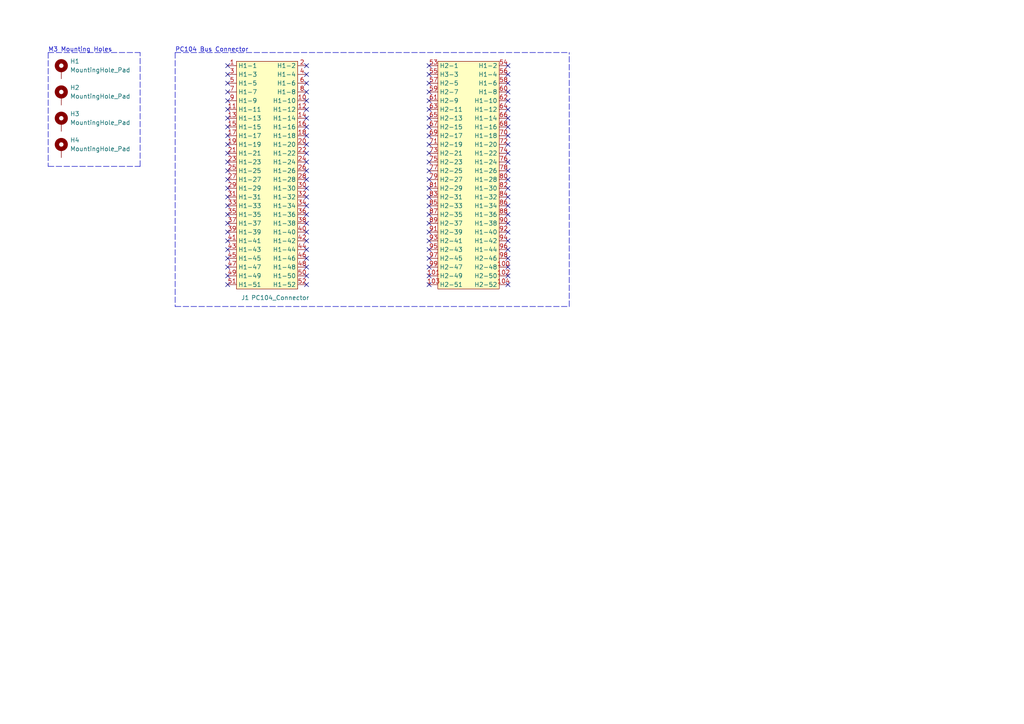
<source format=kicad_sch>
(kicad_sch (version 20211123) (generator eeschema)
  (paper "A4")
  (lib_symbols
    (symbol "Mechanical:MountingHole_Pad" (pin_numbers hide) (pin_names (offset 1.016) hide)
      (property "Reference" "H" (at 0 6.35 0))
      (property "Value" "MountingHole_Pad" (at 0 4.445 0))
      (symbol "MountingHole_Pad_0_1"
        (circle (center 0 1.27) (radius 1.27) (stroke (width 1.27)))
      )
      (symbol "MountingHole_Pad_1_1"
        (pin input line (at 0 -2.54 90) (length 2.54) (name "1") (number "1"))
      )
    )
    (symbol "qset-connector-library:PC104_Connector"
      (property "Reference" "J" (at -36.83 -71.12 0))
      (property "Value" "PC104_Connector" (at -26.67 -71.12 0))
      (symbol "PC104_Connector_0_1"
        (rectangle (start -38.1 -2.54) (end -20.32 -68.58) (fill (type background)))
        (rectangle (start 20.32 -2.54) (end 38.1 -68.58) (fill (type background)))
      )
      (symbol "PC104_Connector_1_1"
        (pin bidirectional line (at -40.64 -3.81 0) (length 2.54) (name "H1-1") (number "1"))
        (pin bidirectional line (at -17.78 -13.97 180) (length 2.54) (name "H1-10") (number "10"))
        (pin bidirectional line (at 40.64 -62.23 180) (length 2.54) (name "H2-48") (number "100"))
        (pin bidirectional line (at 17.78 -64.77 0) (length 2.54) (name "H2-49") (number "101"))
        (pin bidirectional line (at 40.64 -64.77 180) (length 2.54) (name "H2-50") (number "102"))
        (pin bidirectional line (at 17.78 -67.31 0) (length 2.54) (name "H2-51") (number "103"))
        (pin bidirectional line (at 40.64 -67.31 180) (length 2.54) (name "H2-52") (number "104"))
        (pin bidirectional line (at -40.64 -16.51 0) (length 2.54) (name "H1-11") (number "11"))
        (pin bidirectional line (at -17.78 -16.51 180) (length 2.54) (name "H1-12") (number "12"))
        (pin bidirectional line (at -40.64 -19.05 0) (length 2.54) (name "H1-13") (number "13"))
        (pin bidirectional line (at -17.78 -19.05 180) (length 2.54) (name "H1-14") (number "14"))
        (pin bidirectional line (at -40.64 -21.59 0) (length 2.54) (name "H1-15") (number "15"))
        (pin bidirectional line (at -17.78 -21.59 180) (length 2.54) (name "H1-16") (number "16"))
        (pin bidirectional line (at -40.64 -24.13 0) (length 2.54) (name "H1-17") (number "17"))
        (pin bidirectional line (at -17.78 -24.13 180) (length 2.54) (name "H1-18") (number "18"))
        (pin bidirectional line (at -40.64 -26.67 0) (length 2.54) (name "H1-19") (number "19"))
        (pin bidirectional line (at -17.78 -3.81 180) (length 2.54) (name "H1-2") (number "2"))
        (pin bidirectional line (at -17.78 -26.67 180) (length 2.54) (name "H1-20") (number "20"))
        (pin bidirectional line (at -40.64 -29.21 0) (length 2.54) (name "H1-21") (number "21"))
        (pin bidirectional line (at -17.78 -29.21 180) (length 2.54) (name "H1-22") (number "22"))
        (pin bidirectional line (at -40.64 -31.75 0) (length 2.54) (name "H1-23") (number "23"))
        (pin bidirectional line (at -17.78 -31.75 180) (length 2.54) (name "H1-24") (number "24"))
        (pin bidirectional line (at -40.64 -34.29 0) (length 2.54) (name "H1-25") (number "25"))
        (pin bidirectional line (at -17.78 -34.29 180) (length 2.54) (name "H1-26") (number "26"))
        (pin bidirectional line (at -40.64 -36.83 0) (length 2.54) (name "H1-27") (number "27"))
        (pin bidirectional line (at -17.78 -36.83 180) (length 2.54) (name "H1-28") (number "28"))
        (pin bidirectional line (at -40.64 -39.37 0) (length 2.54) (name "H1-29") (number "29"))
        (pin bidirectional line (at -40.64 -6.35 0) (length 2.54) (name "H1-3") (number "3"))
        (pin bidirectional line (at -17.78 -39.37 180) (length 2.54) (name "H1-30") (number "30"))
        (pin bidirectional line (at -40.64 -41.91 0) (length 2.54) (name "H1-31") (number "31"))
        (pin bidirectional line (at -17.78 -41.91 180) (length 2.54) (name "H1-32") (number "32"))
        (pin bidirectional line (at -40.64 -44.45 0) (length 2.54) (name "H1-33") (number "33"))
        (pin bidirectional line (at -17.78 -44.45 180) (length 2.54) (name "H1-34") (number "34"))
        (pin bidirectional line (at -40.64 -46.99 0) (length 2.54) (name "H1-35") (number "35"))
        (pin bidirectional line (at -17.78 -46.99 180) (length 2.54) (name "H1-36") (number "36"))
        (pin bidirectional line (at -40.64 -49.53 0) (length 2.54) (name "H1-37") (number "37"))
        (pin bidirectional line (at -17.78 -49.53 180) (length 2.54) (name "H1-38") (number "38"))
        (pin bidirectional line (at -40.64 -52.07 0) (length 2.54) (name "H1-39") (number "39"))
        (pin bidirectional line (at -17.78 -6.35 180) (length 2.54) (name "H1-4") (number "4"))
        (pin bidirectional line (at -17.78 -52.07 180) (length 2.54) (name "H1-40") (number "40"))
        (pin bidirectional line (at -40.64 -54.61 0) (length 2.54) (name "H1-41") (number "41"))
        (pin bidirectional line (at -17.78 -54.61 180) (length 2.54) (name "H1-42") (number "42"))
        (pin bidirectional line (at -40.64 -57.15 0) (length 2.54) (name "H1-43") (number "43"))
        (pin bidirectional line (at -17.78 -57.15 180) (length 2.54) (name "H1-44") (number "44"))
        (pin bidirectional line (at -40.64 -59.69 0) (length 2.54) (name "H1-45") (number "45"))
        (pin bidirectional line (at -17.78 -59.69 180) (length 2.54) (name "H1-46") (number "46"))
        (pin bidirectional line (at -40.64 -62.23 0) (length 2.54) (name "H1-47") (number "47"))
        (pin bidirectional line (at -17.78 -62.23 180) (length 2.54) (name "H1-48") (number "48"))
        (pin bidirectional line (at -40.64 -64.77 0) (length 2.54) (name "H1-49") (number "49"))
        (pin bidirectional line (at -40.64 -8.89 0) (length 2.54) (name "H1-5") (number "5"))
        (pin bidirectional line (at -17.78 -64.77 180) (length 2.54) (name "H1-50") (number "50"))
        (pin bidirectional line (at -40.64 -67.31 0) (length 2.54) (name "H1-51") (number "51"))
        (pin bidirectional line (at -17.78 -67.31 180) (length 2.54) (name "H1-52") (number "52"))
        (pin bidirectional line (at 17.78 -3.81 0) (length 2.54) (name "H2-1") (number "53"))
        (pin bidirectional line (at 40.64 -3.81 180) (length 2.54) (name "H1-2") (number "54"))
        (pin bidirectional line (at 17.78 -6.35 0) (length 2.54) (name "H3-3") (number "55"))
        (pin bidirectional line (at 40.64 -6.35 180) (length 2.54) (name "H1-4") (number "56"))
        (pin bidirectional line (at 17.78 -8.89 0) (length 2.54) (name "H2-5") (number "57"))
        (pin bidirectional line (at 40.64 -8.89 180) (length 2.54) (name "H1-6") (number "58"))
        (pin bidirectional line (at 17.78 -11.43 0) (length 2.54) (name "H2-7") (number "59"))
        (pin bidirectional line (at -17.78 -8.89 180) (length 2.54) (name "H1-6") (number "6"))
        (pin bidirectional line (at 40.64 -11.43 180) (length 2.54) (name "H1-8") (number "60"))
        (pin bidirectional line (at 17.78 -13.97 0) (length 2.54) (name "H2-9") (number "61"))
        (pin bidirectional line (at 40.64 -13.97 180) (length 2.54) (name "H1-10") (number "62"))
        (pin bidirectional line (at 17.78 -16.51 0) (length 2.54) (name "H2-11") (number "63"))
        (pin bidirectional line (at 40.64 -16.51 180) (length 2.54) (name "H1-12") (number "64"))
        (pin bidirectional line (at 17.78 -19.05 0) (length 2.54) (name "H2-13") (number "65"))
        (pin bidirectional line (at 40.64 -19.05 180) (length 2.54) (name "H1-14") (number "66"))
        (pin bidirectional line (at 17.78 -21.59 0) (length 2.54) (name "H2-15") (number "67"))
        (pin bidirectional line (at 40.64 -21.59 180) (length 2.54) (name "H1-16") (number "68"))
        (pin bidirectional line (at 17.78 -24.13 0) (length 2.54) (name "H2-17") (number "69"))
        (pin bidirectional line (at -40.64 -11.43 0) (length 2.54) (name "H1-7") (number "7"))
        (pin bidirectional line (at 40.64 -24.13 180) (length 2.54) (name "H1-18") (number "70"))
        (pin bidirectional line (at 17.78 -26.67 0) (length 2.54) (name "H2-19") (number "71"))
        (pin bidirectional line (at 40.64 -26.67 180) (length 2.54) (name "H1-20") (number "72"))
        (pin bidirectional line (at 17.78 -29.21 0) (length 2.54) (name "H2-21") (number "73"))
        (pin bidirectional line (at 40.64 -29.21 180) (length 2.54) (name "H1-22") (number "74"))
        (pin bidirectional line (at 17.78 -31.75 0) (length 2.54) (name "H2-23") (number "75"))
        (pin bidirectional line (at 40.64 -31.75 180) (length 2.54) (name "H1-24") (number "76"))
        (pin bidirectional line (at 17.78 -34.29 0) (length 2.54) (name "H2-25") (number "77"))
        (pin bidirectional line (at 40.64 -34.29 180) (length 2.54) (name "H1-26") (number "78"))
        (pin bidirectional line (at 17.78 -36.83 0) (length 2.54) (name "H2-27") (number "79"))
        (pin bidirectional line (at -17.78 -11.43 180) (length 2.54) (name "H1-8") (number "8"))
        (pin bidirectional line (at 40.64 -36.83 180) (length 2.54) (name "H1-28") (number "80"))
        (pin bidirectional line (at 17.78 -39.37 0) (length 2.54) (name "H2-29") (number "81"))
        (pin bidirectional line (at 40.64 -39.37 180) (length 2.54) (name "H1-30") (number "82"))
        (pin bidirectional line (at 17.78 -41.91 0) (length 2.54) (name "H2-31") (number "83"))
        (pin bidirectional line (at 40.64 -41.91 180) (length 2.54) (name "H1-32") (number "84"))
        (pin bidirectional line (at 17.78 -44.45 0) (length 2.54) (name "H2-33") (number "85"))
        (pin bidirectional line (at 40.64 -44.45 180) (length 2.54) (name "H1-34") (number "86"))
        (pin bidirectional line (at 17.78 -46.99 0) (length 2.54) (name "H2-35") (number "87"))
        (pin bidirectional line (at 40.64 -46.99 180) (length 2.54) (name "H1-36") (number "88"))
        (pin bidirectional line (at 17.78 -49.53 0) (length 2.54) (name "H2-37") (number "89"))
        (pin bidirectional line (at -40.64 -13.97 0) (length 2.54) (name "H1-9") (number "9"))
        (pin bidirectional line (at 40.64 -49.53 180) (length 2.54) (name "H1-38") (number "90"))
        (pin bidirectional line (at 17.78 -52.07 0) (length 2.54) (name "H2-39") (number "91"))
        (pin bidirectional line (at 40.64 -52.07 180) (length 2.54) (name "H1-40") (number "92"))
        (pin bidirectional line (at 17.78 -54.61 0) (length 2.54) (name "H2-41") (number "93"))
        (pin bidirectional line (at 40.64 -54.61 180) (length 2.54) (name "H1-42") (number "94"))
        (pin bidirectional line (at 17.78 -57.15 0) (length 2.54) (name "H2-43") (number "95"))
        (pin bidirectional line (at 40.64 -57.15 180) (length 2.54) (name "H1-44") (number "96"))
        (pin bidirectional line (at 17.78 -59.69 0) (length 2.54) (name "H2-45") (number "97"))
        (pin bidirectional line (at 40.64 -59.69 180) (length 2.54) (name "H2-46") (number "98"))
        (pin bidirectional line (at 17.78 -62.23 0) (length 2.54) (name "H2-47") (number "99"))
      )
    )
  )
  (no_connect (at 66.04 29.21))
  (no_connect (at 66.04 31.75))
  (no_connect (at 66.04 46.99))
  (no_connect (at 66.04 19.05))
  (no_connect (at 66.04 21.59))
  (no_connect (at 66.04 24.13))
  (no_connect (at 66.04 26.67))
  (no_connect (at 66.04 34.29))
  (no_connect (at 66.04 36.83))
  (no_connect (at 66.04 39.37))
  (no_connect (at 66.04 41.91))
  (no_connect (at 66.04 44.45))
  (no_connect (at 66.04 59.69))
  (no_connect (at 66.04 62.23))
  (no_connect (at 66.04 64.77))
  (no_connect (at 66.04 67.31))
  (no_connect (at 66.04 69.85))
  (no_connect (at 66.04 72.39))
  (no_connect (at 66.04 74.93))
  (no_connect (at 66.04 77.47))
  (no_connect (at 66.04 80.01))
  (no_connect (at 66.04 82.55))
  (no_connect (at 88.9 82.55))
  (no_connect (at 88.9 80.01))
  (no_connect (at 88.9 77.47))
  (no_connect (at 88.9 74.93))
  (no_connect (at 88.9 72.39))
  (no_connect (at 88.9 69.85))
  (no_connect (at 88.9 67.31))
  (no_connect (at 88.9 64.77))
  (no_connect (at 88.9 62.23))
  (no_connect (at 88.9 59.69))
  (no_connect (at 66.04 49.53))
  (no_connect (at 66.04 52.07))
  (no_connect (at 66.04 54.61))
  (no_connect (at 66.04 57.15))
  (no_connect (at 88.9 57.15))
  (no_connect (at 88.9 54.61))
  (no_connect (at 88.9 52.07))
  (no_connect (at 88.9 49.53))
  (no_connect (at 88.9 46.99))
  (no_connect (at 88.9 44.45))
  (no_connect (at 88.9 41.91))
  (no_connect (at 88.9 36.83))
  (no_connect (at 88.9 39.37))
  (no_connect (at 88.9 19.05))
  (no_connect (at 88.9 21.59))
  (no_connect (at 88.9 24.13))
  (no_connect (at 88.9 26.67))
  (no_connect (at 88.9 29.21))
  (no_connect (at 88.9 31.75))
  (no_connect (at 88.9 34.29))
  (no_connect (at 124.46 31.75))
  (no_connect (at 124.46 19.05))
  (no_connect (at 124.46 21.59))
  (no_connect (at 124.46 24.13))
  (no_connect (at 124.46 26.67))
  (no_connect (at 124.46 29.21))
  (no_connect (at 124.46 34.29))
  (no_connect (at 124.46 36.83))
  (no_connect (at 124.46 39.37))
  (no_connect (at 124.46 41.91))
  (no_connect (at 124.46 44.45))
  (no_connect (at 124.46 46.99))
  (no_connect (at 124.46 49.53))
  (no_connect (at 124.46 52.07))
  (no_connect (at 124.46 54.61))
  (no_connect (at 124.46 57.15))
  (no_connect (at 124.46 59.69))
  (no_connect (at 124.46 62.23))
  (no_connect (at 124.46 64.77))
  (no_connect (at 124.46 67.31))
  (no_connect (at 124.46 69.85))
  (no_connect (at 124.46 72.39))
  (no_connect (at 124.46 74.93))
  (no_connect (at 124.46 77.47))
  (no_connect (at 124.46 80.01))
  (no_connect (at 124.46 82.55))
  (no_connect (at 147.32 82.55))
  (no_connect (at 147.32 80.01))
  (no_connect (at 147.32 77.47))
  (no_connect (at 147.32 74.93))
  (no_connect (at 147.32 72.39))
  (no_connect (at 147.32 69.85))
  (no_connect (at 147.32 67.31))
  (no_connect (at 147.32 64.77))
  (no_connect (at 147.32 62.23))
  (no_connect (at 147.32 59.69))
  (no_connect (at 147.32 57.15))
  (no_connect (at 147.32 54.61))
  (no_connect (at 147.32 52.07))
  (no_connect (at 147.32 29.21))
  (no_connect (at 147.32 19.05))
  (no_connect (at 147.32 21.59))
  (no_connect (at 147.32 24.13))
  (no_connect (at 147.32 26.67))
  (no_connect (at 147.32 49.53))
  (no_connect (at 147.32 46.99))
  (no_connect (at 147.32 44.45))
  (no_connect (at 147.32 41.91))
  (no_connect (at 147.32 39.37))
  (no_connect (at 147.32 36.83))
  (no_connect (at 147.32 34.29))
  (no_connect (at 147.32 31.75))
  (polyline (pts (xy 50.8 15.24) (xy 50.8 88.9)))
  (polyline (pts (xy 13.97 15.24) (xy 13.97 48.26)))
  (polyline (pts (xy 50.8 88.9) (xy 165.1 88.9)))
  (polyline (pts (xy 40.64 48.26) (xy 40.64 15.24)))
  (polyline (pts (xy 13.97 48.26) (xy 40.64 48.26)))
  (polyline (pts (xy 50.8 15.24) (xy 165.1 15.24)))
  (polyline (pts (xy 165.1 88.9) (xy 165.1 15.24)))
  (polyline (pts (xy 13.97 15.24) (xy 40.64 15.24)))
  (text "M3 Mounting Holes\n" (at 13.97 15.24 0) (effects (font (size 1.27 1.27)) (justify left bottom)))
  (text "PC104 Bus Connector" (at 50.8 15.24 0) (effects (font (size 1.27 1.27)) (justify left bottom)))
  (symbol (lib_id "Mechanical:MountingHole_Pad") (at 17.78 27.94 0) (unit 1)
    (property "Reference" "H2" (at 20.32 25.3999 0) (effects (justify left)))
    (property "Value" "MountingHole_Pad" (at 20.32 27.9399 0) (effects (justify left)))
    (property "Footprint" "MountingHole:MountingHole_3.2mm_M3_Pad_TopBottom" (effects hide))
  )
  (symbol (lib_id "Mechanical:MountingHole_Pad") (at 17.78 20.32 0) (unit 1)
    (property "Reference" "H1" (at 20.32 17.7799 0) (effects (justify left)))
    (property "Value" "MountingHole_Pad" (at 20.32 20.3199 0) (effects (justify left)))
    (property "Footprint" "MountingHole:MountingHole_3.2mm_M3_Pad_TopBottom" (effects hide))
  )
  (symbol (lib_id "Mechanical:MountingHole_Pad") (at 17.78 43.18 0) (unit 1)
    (property "Reference" "H4" (at 20.32 40.6399 0) (effects (justify left)))
    (property "Value" "MountingHole_Pad" (at 20.32 43.1799 0) (effects (justify left)))
    (property "Footprint" "MountingHole:MountingHole_3.2mm_M3_Pad_TopBottom" (effects hide))
  )
  (symbol (lib_id "qset-connector-library:PC104_Connector") (at 106.68 15.24 0) (unit 1)
    (property "Reference" "J1" (at 71.12 86.36 0))
    (property "Value" "PC104_Connector" (at 81.28 86.36 0))
    (property "Footprint" "pc104-connector:pc104-connector" (effects hide))
  )
  (symbol (lib_id "Mechanical:MountingHole_Pad") (at 17.78 35.56 0) (unit 1)
    (property "Reference" "H3" (at 20.32 33.0199 0) (effects (justify left)))
    (property "Value" "MountingHole_Pad" (at 20.32 35.5599 0) (effects (justify left)))
    (property "Footprint" "MountingHole:MountingHole_3.2mm_M3_Pad_TopBottom" (effects hide))
  )
)
</source>
